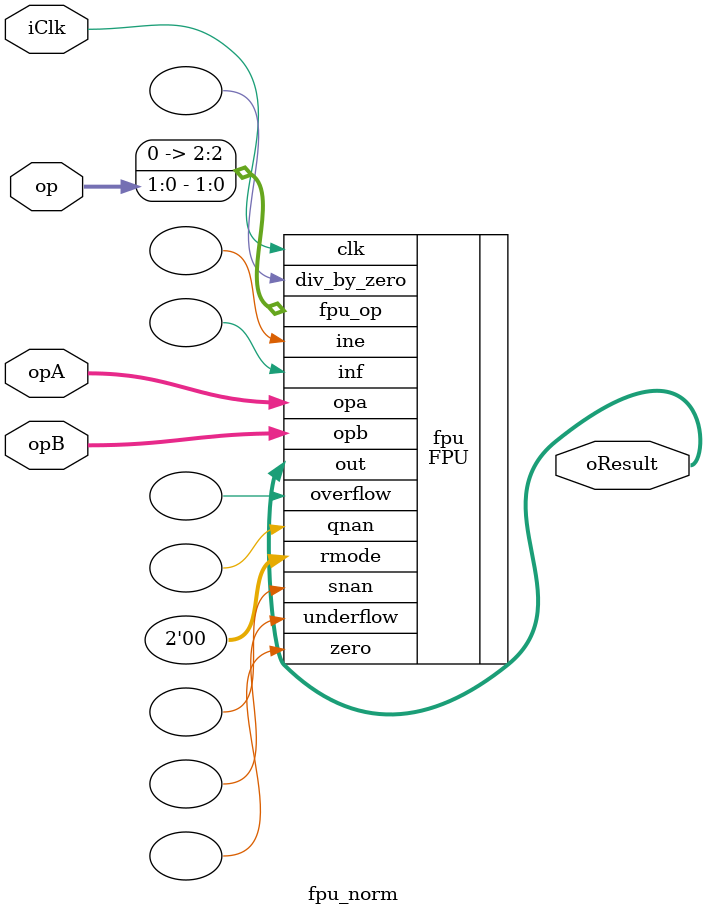
<source format=v>
module fpu_norm(

	input iClk,
	input [1:0] op,
	input [31:0] opA, opB,
	
	output [31:0] oResult

);

	FPU fpu
		(
		.clk(iClk), 
		.rmode(2'b00), 
		.fpu_op({1'b0, op}), 
		.opa(opA), 
		.opb(opB), 
		.out(oResult), 
		.inf(), 
		.snan(), 
		.qnan(), 
		.ine(), 
		.overflow(), 
		.underflow(), 
		.zero(), 
		.div_by_zero()
		);

endmodule

</source>
